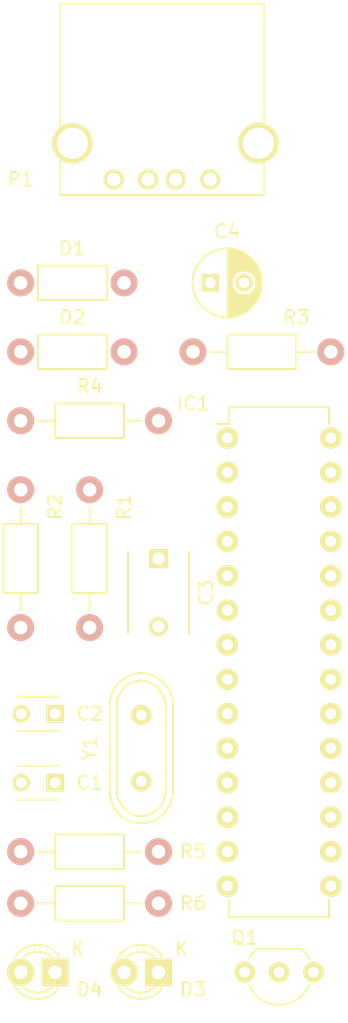
<source format=kicad_pcb>
(kicad_pcb (version 4) (host pcbnew 4.0.2+dfsg1-stable)

  (general
    (links 36)
    (no_connects 36)
    (area 172.264999 42.454999 198.325001 118.175)
    (thickness 1.6)
    (drawings 0)
    (tracks 0)
    (zones 0)
    (modules 18)
    (nets 32)
  )

  (page A4)
  (layers
    (0 F.Cu signal)
    (31 B.Cu signal)
    (32 B.Adhes user)
    (33 F.Adhes user)
    (34 B.Paste user)
    (35 F.Paste user)
    (36 B.SilkS user)
    (37 F.SilkS user)
    (38 B.Mask user)
    (39 F.Mask user)
    (40 Dwgs.User user)
    (41 Cmts.User user)
    (42 Eco1.User user)
    (43 Eco2.User user)
    (44 Edge.Cuts user)
    (45 Margin user)
    (46 B.CrtYd user)
    (47 F.CrtYd user)
    (48 B.Fab user)
    (49 F.Fab user)
  )

  (setup
    (last_trace_width 0.25)
    (trace_clearance 0.2)
    (zone_clearance 0.508)
    (zone_45_only no)
    (trace_min 0.2)
    (segment_width 0.2)
    (edge_width 0.15)
    (via_size 0.6)
    (via_drill 0.4)
    (via_min_size 0.4)
    (via_min_drill 0.3)
    (uvia_size 0.3)
    (uvia_drill 0.1)
    (uvias_allowed no)
    (uvia_min_size 0.2)
    (uvia_min_drill 0.1)
    (pcb_text_width 0.3)
    (pcb_text_size 1.5 1.5)
    (mod_edge_width 0.15)
    (mod_text_size 1 1)
    (mod_text_width 0.15)
    (pad_size 1.524 1.524)
    (pad_drill 0.762)
    (pad_to_mask_clearance 0.2)
    (aux_axis_origin 0 0)
    (visible_elements FFFFFF7F)
    (pcbplotparams
      (layerselection 0x00030_80000001)
      (usegerberextensions false)
      (excludeedgelayer true)
      (linewidth 0.100000)
      (plotframeref false)
      (viasonmask false)
      (mode 1)
      (useauxorigin false)
      (hpglpennumber 1)
      (hpglpenspeed 20)
      (hpglpendiameter 15)
      (hpglpenoverlay 2)
      (psnegative false)
      (psa4output false)
      (plotreference true)
      (plotvalue true)
      (plotinvisibletext false)
      (padsonsilk false)
      (subtractmaskfromsilk false)
      (outputformat 1)
      (mirror false)
      (drillshape 1)
      (scaleselection 1)
      (outputdirectory ""))
  )

  (net 0 "")
  (net 1 "Net-(C1-Pad1)")
  (net 2 GND)
  (net 3 "Net-(C2-Pad1)")
  (net 4 "Net-(C3-Pad1)")
  (net 5 "Net-(D1-Pad1)")
  (net 6 "Net-(D2-Pad1)")
  (net 7 "Net-(D3-Pad2)")
  (net 8 "Net-(D4-Pad2)")
  (net 9 "Net-(IC1-Pad1)")
  (net 10 "Net-(IC1-Pad2)")
  (net 11 "Net-(IC1-Pad3)")
  (net 12 "Net-(IC1-Pad4)")
  (net 13 "Net-(IC1-Pad5)")
  (net 14 "Net-(IC1-Pad6)")
  (net 15 "Net-(IC1-Pad11)")
  (net 16 "Net-(IC1-Pad12)")
  (net 17 "Net-(IC1-Pad13)")
  (net 18 "Net-(IC1-Pad14)")
  (net 19 "Net-(IC1-Pad15)")
  (net 20 "Net-(IC1-Pad16)")
  (net 21 "Net-(IC1-Pad17)")
  (net 22 "Net-(IC1-Pad18)")
  (net 23 "Net-(IC1-Pad19)")
  (net 24 "Net-(IC1-Pad21)")
  (net 25 "Net-(IC1-Pad23)")
  (net 26 "Net-(IC1-Pad24)")
  (net 27 "Net-(IC1-Pad25)")
  (net 28 "Net-(IC1-Pad26)")
  (net 29 "Net-(IC1-Pad27)")
  (net 30 "Net-(IC1-Pad28)")
  (net 31 "Net-(P1-Pad5)")

  (net_class Default "This is the default net class."
    (clearance 0.2)
    (trace_width 0.25)
    (via_dia 0.6)
    (via_drill 0.4)
    (uvia_dia 0.3)
    (uvia_drill 0.1)
    (add_net GND)
    (add_net "Net-(C1-Pad1)")
    (add_net "Net-(C2-Pad1)")
    (add_net "Net-(C3-Pad1)")
    (add_net "Net-(D1-Pad1)")
    (add_net "Net-(D2-Pad1)")
    (add_net "Net-(D3-Pad2)")
    (add_net "Net-(D4-Pad2)")
    (add_net "Net-(IC1-Pad1)")
    (add_net "Net-(IC1-Pad11)")
    (add_net "Net-(IC1-Pad12)")
    (add_net "Net-(IC1-Pad13)")
    (add_net "Net-(IC1-Pad14)")
    (add_net "Net-(IC1-Pad15)")
    (add_net "Net-(IC1-Pad16)")
    (add_net "Net-(IC1-Pad17)")
    (add_net "Net-(IC1-Pad18)")
    (add_net "Net-(IC1-Pad19)")
    (add_net "Net-(IC1-Pad2)")
    (add_net "Net-(IC1-Pad21)")
    (add_net "Net-(IC1-Pad23)")
    (add_net "Net-(IC1-Pad24)")
    (add_net "Net-(IC1-Pad25)")
    (add_net "Net-(IC1-Pad26)")
    (add_net "Net-(IC1-Pad27)")
    (add_net "Net-(IC1-Pad28)")
    (add_net "Net-(IC1-Pad3)")
    (add_net "Net-(IC1-Pad4)")
    (add_net "Net-(IC1-Pad5)")
    (add_net "Net-(IC1-Pad6)")
    (add_net "Net-(P1-Pad5)")
  )

  (module Capacitors_ThroughHole:C_Disc_D3_P2.5 (layer F.Cu) (tedit 575CB5FC) (tstamp 575CA59A)
    (at 176.53 100.33 180)
    (descr "Capacitor 3mm Disc, Pitch 2.5mm")
    (tags Capacitor)
    (path /575C7E6D)
    (fp_text reference C1 (at -2.54 0 180) (layer F.SilkS)
      (effects (font (size 1 1) (thickness 0.15)))
    )
    (fp_text value 22pF (at 1.25 2.5 180) (layer F.Fab)
      (effects (font (size 1 1) (thickness 0.15)))
    )
    (fp_line (start -0.9 -1.5) (end 3.4 -1.5) (layer F.CrtYd) (width 0.05))
    (fp_line (start 3.4 -1.5) (end 3.4 1.5) (layer F.CrtYd) (width 0.05))
    (fp_line (start 3.4 1.5) (end -0.9 1.5) (layer F.CrtYd) (width 0.05))
    (fp_line (start -0.9 1.5) (end -0.9 -1.5) (layer F.CrtYd) (width 0.05))
    (fp_line (start -0.25 -1.25) (end 2.75 -1.25) (layer F.SilkS) (width 0.15))
    (fp_line (start 2.75 1.25) (end -0.25 1.25) (layer F.SilkS) (width 0.15))
    (pad 1 thru_hole rect (at 0 0 180) (size 1.3 1.3) (drill 0.8) (layers *.Cu *.Mask F.SilkS)
      (net 1 "Net-(C1-Pad1)"))
    (pad 2 thru_hole circle (at 2.5 0 180) (size 1.3 1.3) (drill 0.8001) (layers *.Cu *.Mask F.SilkS)
      (net 2 GND))
    (model Capacitors_ThroughHole.3dshapes/C_Disc_D3_P2.5.wrl
      (at (xyz 0.0492126 0 0))
      (scale (xyz 1 1 1))
      (rotate (xyz 0 0 0))
    )
  )

  (module Capacitors_ThroughHole:C_Disc_D3_P2.5 (layer F.Cu) (tedit 575CB5F5) (tstamp 575CA5A0)
    (at 176.53 95.25 180)
    (descr "Capacitor 3mm Disc, Pitch 2.5mm")
    (tags Capacitor)
    (path /575C7D38)
    (fp_text reference C2 (at -2.54 0 180) (layer F.SilkS)
      (effects (font (size 1 1) (thickness 0.15)))
    )
    (fp_text value 22pF (at 1.25 2.5 180) (layer F.Fab)
      (effects (font (size 1 1) (thickness 0.15)))
    )
    (fp_line (start -0.9 -1.5) (end 3.4 -1.5) (layer F.CrtYd) (width 0.05))
    (fp_line (start 3.4 -1.5) (end 3.4 1.5) (layer F.CrtYd) (width 0.05))
    (fp_line (start 3.4 1.5) (end -0.9 1.5) (layer F.CrtYd) (width 0.05))
    (fp_line (start -0.9 1.5) (end -0.9 -1.5) (layer F.CrtYd) (width 0.05))
    (fp_line (start -0.25 -1.25) (end 2.75 -1.25) (layer F.SilkS) (width 0.15))
    (fp_line (start 2.75 1.25) (end -0.25 1.25) (layer F.SilkS) (width 0.15))
    (pad 1 thru_hole rect (at 0 0 180) (size 1.3 1.3) (drill 0.8) (layers *.Cu *.Mask F.SilkS)
      (net 3 "Net-(C2-Pad1)"))
    (pad 2 thru_hole circle (at 2.5 0 180) (size 1.3 1.3) (drill 0.8001) (layers *.Cu *.Mask F.SilkS)
      (net 2 GND))
    (model Capacitors_ThroughHole.3dshapes/C_Disc_D3_P2.5.wrl
      (at (xyz 0.0492126 0 0))
      (scale (xyz 1 1 1))
      (rotate (xyz 0 0 0))
    )
  )

  (module Capacitors_ThroughHole:C_Disc_D6_P5 (layer F.Cu) (tedit 575CB5D1) (tstamp 575CA5AC)
    (at 184.15 83.82 270)
    (descr "Capacitor 6mm Disc, Pitch 5mm")
    (tags Capacitor)
    (path /575C8D23)
    (fp_text reference C3 (at 2.5 -3.5 270) (layer F.SilkS)
      (effects (font (size 1 1) (thickness 0.15)))
    )
    (fp_text value 100nF (at 2.54 1.27 270) (layer F.Fab)
      (effects (font (size 1 1) (thickness 0.15)))
    )
    (fp_line (start -0.95 -2.5) (end 5.95 -2.5) (layer F.CrtYd) (width 0.05))
    (fp_line (start 5.95 -2.5) (end 5.95 2.5) (layer F.CrtYd) (width 0.05))
    (fp_line (start 5.95 2.5) (end -0.95 2.5) (layer F.CrtYd) (width 0.05))
    (fp_line (start -0.95 2.5) (end -0.95 -2.5) (layer F.CrtYd) (width 0.05))
    (fp_line (start -0.5 -2.25) (end 5.5 -2.25) (layer F.SilkS) (width 0.15))
    (fp_line (start 5.5 2.25) (end -0.5 2.25) (layer F.SilkS) (width 0.15))
    (pad 1 thru_hole rect (at 0 0 270) (size 1.4 1.4) (drill 0.9) (layers *.Cu *.Mask F.SilkS)
      (net 4 "Net-(C3-Pad1)"))
    (pad 2 thru_hole circle (at 5 0 270) (size 1.4 1.4) (drill 0.9) (layers *.Cu *.Mask F.SilkS)
      (net 2 GND))
    (model Capacitors_ThroughHole.3dshapes/C_Disc_D6_P5.wrl
      (at (xyz 0.098425 0 0))
      (scale (xyz 1 1 1))
      (rotate (xyz 0 0 0))
    )
  )

  (module Capacitors_ThroughHole:C_Radial_D5_L6_P2.5 (layer F.Cu) (tedit 575CB56E) (tstamp 575CA5B2)
    (at 187.96 63.5)
    (descr "Radial Electrolytic Capacitor Diameter 5mm x Length 6mm, Pitch 2.5mm")
    (tags "Electrolytic Capacitor")
    (path /575CA3DE)
    (fp_text reference C4 (at 1.25 -3.8) (layer F.SilkS)
      (effects (font (size 1 1) (thickness 0.15)))
    )
    (fp_text value 10uF (at 5.08 -3.81) (layer F.Fab)
      (effects (font (size 1 1) (thickness 0.15)))
    )
    (fp_line (start 1.325 -2.499) (end 1.325 2.499) (layer F.SilkS) (width 0.15))
    (fp_line (start 1.465 -2.491) (end 1.465 2.491) (layer F.SilkS) (width 0.15))
    (fp_line (start 1.605 -2.475) (end 1.605 -0.095) (layer F.SilkS) (width 0.15))
    (fp_line (start 1.605 0.095) (end 1.605 2.475) (layer F.SilkS) (width 0.15))
    (fp_line (start 1.745 -2.451) (end 1.745 -0.49) (layer F.SilkS) (width 0.15))
    (fp_line (start 1.745 0.49) (end 1.745 2.451) (layer F.SilkS) (width 0.15))
    (fp_line (start 1.885 -2.418) (end 1.885 -0.657) (layer F.SilkS) (width 0.15))
    (fp_line (start 1.885 0.657) (end 1.885 2.418) (layer F.SilkS) (width 0.15))
    (fp_line (start 2.025 -2.377) (end 2.025 -0.764) (layer F.SilkS) (width 0.15))
    (fp_line (start 2.025 0.764) (end 2.025 2.377) (layer F.SilkS) (width 0.15))
    (fp_line (start 2.165 -2.327) (end 2.165 -0.835) (layer F.SilkS) (width 0.15))
    (fp_line (start 2.165 0.835) (end 2.165 2.327) (layer F.SilkS) (width 0.15))
    (fp_line (start 2.305 -2.266) (end 2.305 -0.879) (layer F.SilkS) (width 0.15))
    (fp_line (start 2.305 0.879) (end 2.305 2.266) (layer F.SilkS) (width 0.15))
    (fp_line (start 2.445 -2.196) (end 2.445 -0.898) (layer F.SilkS) (width 0.15))
    (fp_line (start 2.445 0.898) (end 2.445 2.196) (layer F.SilkS) (width 0.15))
    (fp_line (start 2.585 -2.114) (end 2.585 -0.896) (layer F.SilkS) (width 0.15))
    (fp_line (start 2.585 0.896) (end 2.585 2.114) (layer F.SilkS) (width 0.15))
    (fp_line (start 2.725 -2.019) (end 2.725 -0.871) (layer F.SilkS) (width 0.15))
    (fp_line (start 2.725 0.871) (end 2.725 2.019) (layer F.SilkS) (width 0.15))
    (fp_line (start 2.865 -1.908) (end 2.865 -0.823) (layer F.SilkS) (width 0.15))
    (fp_line (start 2.865 0.823) (end 2.865 1.908) (layer F.SilkS) (width 0.15))
    (fp_line (start 3.005 -1.78) (end 3.005 -0.745) (layer F.SilkS) (width 0.15))
    (fp_line (start 3.005 0.745) (end 3.005 1.78) (layer F.SilkS) (width 0.15))
    (fp_line (start 3.145 -1.631) (end 3.145 -0.628) (layer F.SilkS) (width 0.15))
    (fp_line (start 3.145 0.628) (end 3.145 1.631) (layer F.SilkS) (width 0.15))
    (fp_line (start 3.285 -1.452) (end 3.285 -0.44) (layer F.SilkS) (width 0.15))
    (fp_line (start 3.285 0.44) (end 3.285 1.452) (layer F.SilkS) (width 0.15))
    (fp_line (start 3.425 -1.233) (end 3.425 1.233) (layer F.SilkS) (width 0.15))
    (fp_line (start 3.565 -0.944) (end 3.565 0.944) (layer F.SilkS) (width 0.15))
    (fp_line (start 3.705 -0.472) (end 3.705 0.472) (layer F.SilkS) (width 0.15))
    (fp_circle (center 2.5 0) (end 2.5 -0.9) (layer F.SilkS) (width 0.15))
    (fp_circle (center 1.25 0) (end 1.25 -2.5375) (layer F.SilkS) (width 0.15))
    (fp_circle (center 1.25 0) (end 1.25 -2.8) (layer F.CrtYd) (width 0.05))
    (pad 1 thru_hole rect (at 0 0) (size 1.3 1.3) (drill 0.8) (layers *.Cu *.Mask F.SilkS)
      (net 4 "Net-(C3-Pad1)"))
    (pad 2 thru_hole circle (at 2.5 0) (size 1.3 1.3) (drill 0.8) (layers *.Cu *.Mask F.SilkS)
      (net 2 GND))
    (model Capacitors_ThroughHole.3dshapes/C_Radial_D5_L6_P2.5.wrl
      (at (xyz 0.049213 0 0))
      (scale (xyz 1 1 1))
      (rotate (xyz 0 0 90))
    )
  )

  (module Resistors_ThroughHole:Resistor_Horizontal_RM7mm (layer F.Cu) (tedit 575CB516) (tstamp 575CA5B8)
    (at 181.61 63.5 180)
    (descr "Resistor, Axial,  RM 7.62mm, 1/3W,")
    (tags "Resistor Axial RM 7.62mm 1/3W R3")
    (path /575C87D2)
    (fp_text reference D1 (at 3.81 2.54 180) (layer F.SilkS)
      (effects (font (size 1 1) (thickness 0.15)))
    )
    (fp_text value 3.6V (at 3.81 0 180) (layer F.Fab)
      (effects (font (size 1 1) (thickness 0.15)))
    )
    (fp_line (start -1.25 -1.5) (end 8.85 -1.5) (layer F.CrtYd) (width 0.05))
    (fp_line (start -1.25 1.5) (end -1.25 -1.5) (layer F.CrtYd) (width 0.05))
    (fp_line (start 8.85 -1.5) (end 8.85 1.5) (layer F.CrtYd) (width 0.05))
    (fp_line (start -1.25 1.5) (end 8.85 1.5) (layer F.CrtYd) (width 0.05))
    (fp_line (start 1.27 -1.27) (end 6.35 -1.27) (layer F.SilkS) (width 0.15))
    (fp_line (start 6.35 -1.27) (end 6.35 1.27) (layer F.SilkS) (width 0.15))
    (fp_line (start 6.35 1.27) (end 1.27 1.27) (layer F.SilkS) (width 0.15))
    (fp_line (start 1.27 1.27) (end 1.27 -1.27) (layer F.SilkS) (width 0.15))
    (pad 1 thru_hole circle (at 0 0 180) (size 1.99898 1.99898) (drill 1.00076) (layers *.Cu *.SilkS *.Mask)
      (net 5 "Net-(D1-Pad1)"))
    (pad 2 thru_hole circle (at 7.62 0 180) (size 1.99898 1.99898) (drill 1.00076) (layers *.Cu *.SilkS *.Mask)
      (net 2 GND))
  )

  (module Resistors_ThroughHole:Resistor_Horizontal_RM7mm (layer F.Cu) (tedit 575CB524) (tstamp 575CA5BE)
    (at 181.61 68.58 180)
    (descr "Resistor, Axial,  RM 7.62mm, 1/3W,")
    (tags "Resistor Axial RM 7.62mm 1/3W R3")
    (path /575C88C0)
    (fp_text reference D2 (at 3.81 2.54 180) (layer F.SilkS)
      (effects (font (size 1 1) (thickness 0.15)))
    )
    (fp_text value 3.6V (at 3.81 0 180) (layer F.Fab)
      (effects (font (size 1 1) (thickness 0.15)))
    )
    (fp_line (start -1.25 -1.5) (end 8.85 -1.5) (layer F.CrtYd) (width 0.05))
    (fp_line (start -1.25 1.5) (end -1.25 -1.5) (layer F.CrtYd) (width 0.05))
    (fp_line (start 8.85 -1.5) (end 8.85 1.5) (layer F.CrtYd) (width 0.05))
    (fp_line (start -1.25 1.5) (end 8.85 1.5) (layer F.CrtYd) (width 0.05))
    (fp_line (start 1.27 -1.27) (end 6.35 -1.27) (layer F.SilkS) (width 0.15))
    (fp_line (start 6.35 -1.27) (end 6.35 1.27) (layer F.SilkS) (width 0.15))
    (fp_line (start 6.35 1.27) (end 1.27 1.27) (layer F.SilkS) (width 0.15))
    (fp_line (start 1.27 1.27) (end 1.27 -1.27) (layer F.SilkS) (width 0.15))
    (pad 1 thru_hole circle (at 0 0 180) (size 1.99898 1.99898) (drill 1.00076) (layers *.Cu *.SilkS *.Mask)
      (net 6 "Net-(D2-Pad1)"))
    (pad 2 thru_hole circle (at 7.62 0 180) (size 1.99898 1.99898) (drill 1.00076) (layers *.Cu *.SilkS *.Mask)
      (net 2 GND))
  )

  (module LEDs:LED-3MM (layer F.Cu) (tedit 575CB652) (tstamp 575CA5C4)
    (at 184.15 114.3 180)
    (descr "LED 3mm round vertical")
    (tags "LED  3mm round vertical")
    (path /575CBE8D)
    (fp_text reference D3 (at -2.54 -1.27 180) (layer F.SilkS)
      (effects (font (size 1 1) (thickness 0.15)))
    )
    (fp_text value Blue (at 1.3 -2.9 180) (layer F.Fab)
      (effects (font (size 1 1) (thickness 0.15)))
    )
    (fp_line (start -1.2 2.3) (end 3.8 2.3) (layer F.CrtYd) (width 0.05))
    (fp_line (start 3.8 2.3) (end 3.8 -2.2) (layer F.CrtYd) (width 0.05))
    (fp_line (start 3.8 -2.2) (end -1.2 -2.2) (layer F.CrtYd) (width 0.05))
    (fp_line (start -1.2 -2.2) (end -1.2 2.3) (layer F.CrtYd) (width 0.05))
    (fp_line (start -0.199 1.314) (end -0.199 1.114) (layer F.SilkS) (width 0.15))
    (fp_line (start -0.199 -1.28) (end -0.199 -1.1) (layer F.SilkS) (width 0.15))
    (fp_arc (start 1.301 0.034) (end -0.199 -1.286) (angle 108.5) (layer F.SilkS) (width 0.15))
    (fp_arc (start 1.301 0.034) (end 0.25 -1.1) (angle 85.7) (layer F.SilkS) (width 0.15))
    (fp_arc (start 1.311 0.034) (end 3.051 0.994) (angle 110) (layer F.SilkS) (width 0.15))
    (fp_arc (start 1.301 0.034) (end 2.335 1.094) (angle 87.5) (layer F.SilkS) (width 0.15))
    (fp_text user K (at -1.69 1.74 180) (layer F.SilkS)
      (effects (font (size 1 1) (thickness 0.15)))
    )
    (pad 1 thru_hole rect (at 0 0 270) (size 2 2) (drill 1.00076) (layers *.Cu *.Mask F.SilkS)
      (net 2 GND))
    (pad 2 thru_hole circle (at 2.54 0 180) (size 2 2) (drill 1.00076) (layers *.Cu *.Mask F.SilkS)
      (net 7 "Net-(D3-Pad2)"))
    (model LEDs.3dshapes/LED-3MM.wrl
      (at (xyz 0.05 0 0))
      (scale (xyz 1 1 1))
      (rotate (xyz 0 0 90))
    )
  )

  (module LEDs:LED-3MM (layer F.Cu) (tedit 575CB64C) (tstamp 575CA5CA)
    (at 176.53 114.3 180)
    (descr "LED 3mm round vertical")
    (tags "LED  3mm round vertical")
    (path /575CD99F)
    (fp_text reference D4 (at -2.54 -1.27 180) (layer F.SilkS)
      (effects (font (size 1 1) (thickness 0.15)))
    )
    (fp_text value Red (at 1.3 -2.9 180) (layer F.Fab)
      (effects (font (size 1 1) (thickness 0.15)))
    )
    (fp_line (start -1.2 2.3) (end 3.8 2.3) (layer F.CrtYd) (width 0.05))
    (fp_line (start 3.8 2.3) (end 3.8 -2.2) (layer F.CrtYd) (width 0.05))
    (fp_line (start 3.8 -2.2) (end -1.2 -2.2) (layer F.CrtYd) (width 0.05))
    (fp_line (start -1.2 -2.2) (end -1.2 2.3) (layer F.CrtYd) (width 0.05))
    (fp_line (start -0.199 1.314) (end -0.199 1.114) (layer F.SilkS) (width 0.15))
    (fp_line (start -0.199 -1.28) (end -0.199 -1.1) (layer F.SilkS) (width 0.15))
    (fp_arc (start 1.301 0.034) (end -0.199 -1.286) (angle 108.5) (layer F.SilkS) (width 0.15))
    (fp_arc (start 1.301 0.034) (end 0.25 -1.1) (angle 85.7) (layer F.SilkS) (width 0.15))
    (fp_arc (start 1.311 0.034) (end 3.051 0.994) (angle 110) (layer F.SilkS) (width 0.15))
    (fp_arc (start 1.301 0.034) (end 2.335 1.094) (angle 87.5) (layer F.SilkS) (width 0.15))
    (fp_text user K (at -1.69 1.74 180) (layer F.SilkS)
      (effects (font (size 1 1) (thickness 0.15)))
    )
    (pad 1 thru_hole rect (at 0 0 270) (size 2 2) (drill 1.00076) (layers *.Cu *.Mask F.SilkS)
      (net 2 GND))
    (pad 2 thru_hole circle (at 2.54 0 180) (size 2 2) (drill 1.00076) (layers *.Cu *.Mask F.SilkS)
      (net 8 "Net-(D4-Pad2)"))
    (model LEDs.3dshapes/LED-3MM.wrl
      (at (xyz 0.05 0 0))
      (scale (xyz 1 1 1))
      (rotate (xyz 0 0 90))
    )
  )

  (module Housings_DIP:DIP-28_W7.62mm (layer F.Cu) (tedit 575CB5A7) (tstamp 575CA5EA)
    (at 189.23 74.93)
    (descr "28-lead dip package, row spacing 7.62 mm (300 mils)")
    (tags "dil dip 2.54 300")
    (path /575C5CE7)
    (fp_text reference IC1 (at -2.54 -2.54) (layer F.SilkS)
      (effects (font (size 1 1) (thickness 0.15)))
    )
    (fp_text value ATMEGA328-P (at 3.81 5.08 90) (layer F.Fab)
      (effects (font (size 1 1) (thickness 0.15)))
    )
    (fp_line (start -1.05 -2.45) (end -1.05 35.5) (layer F.CrtYd) (width 0.05))
    (fp_line (start 8.65 -2.45) (end 8.65 35.5) (layer F.CrtYd) (width 0.05))
    (fp_line (start -1.05 -2.45) (end 8.65 -2.45) (layer F.CrtYd) (width 0.05))
    (fp_line (start -1.05 35.5) (end 8.65 35.5) (layer F.CrtYd) (width 0.05))
    (fp_line (start 0.135 -2.295) (end 0.135 -1.025) (layer F.SilkS) (width 0.15))
    (fp_line (start 7.485 -2.295) (end 7.485 -1.025) (layer F.SilkS) (width 0.15))
    (fp_line (start 7.485 35.315) (end 7.485 34.045) (layer F.SilkS) (width 0.15))
    (fp_line (start 0.135 35.315) (end 0.135 34.045) (layer F.SilkS) (width 0.15))
    (fp_line (start 0.135 -2.295) (end 7.485 -2.295) (layer F.SilkS) (width 0.15))
    (fp_line (start 0.135 35.315) (end 7.485 35.315) (layer F.SilkS) (width 0.15))
    (fp_line (start 0.135 -1.025) (end -0.8 -1.025) (layer F.SilkS) (width 0.15))
    (pad 1 thru_hole oval (at 0 0) (size 1.6 1.6) (drill 0.8) (layers *.Cu *.Mask F.SilkS)
      (net 9 "Net-(IC1-Pad1)"))
    (pad 2 thru_hole oval (at 0 2.54) (size 1.6 1.6) (drill 0.8) (layers *.Cu *.Mask F.SilkS)
      (net 10 "Net-(IC1-Pad2)"))
    (pad 3 thru_hole oval (at 0 5.08) (size 1.6 1.6) (drill 0.8) (layers *.Cu *.Mask F.SilkS)
      (net 11 "Net-(IC1-Pad3)"))
    (pad 4 thru_hole oval (at 0 7.62) (size 1.6 1.6) (drill 0.8) (layers *.Cu *.Mask F.SilkS)
      (net 12 "Net-(IC1-Pad4)"))
    (pad 5 thru_hole oval (at 0 10.16) (size 1.6 1.6) (drill 0.8) (layers *.Cu *.Mask F.SilkS)
      (net 13 "Net-(IC1-Pad5)"))
    (pad 6 thru_hole oval (at 0 12.7) (size 1.6 1.6) (drill 0.8) (layers *.Cu *.Mask F.SilkS)
      (net 14 "Net-(IC1-Pad6)"))
    (pad 7 thru_hole oval (at 0 15.24) (size 1.6 1.6) (drill 0.8) (layers *.Cu *.Mask F.SilkS)
      (net 4 "Net-(C3-Pad1)"))
    (pad 8 thru_hole oval (at 0 17.78) (size 1.6 1.6) (drill 0.8) (layers *.Cu *.Mask F.SilkS)
      (net 2 GND))
    (pad 9 thru_hole oval (at 0 20.32) (size 1.6 1.6) (drill 0.8) (layers *.Cu *.Mask F.SilkS)
      (net 3 "Net-(C2-Pad1)"))
    (pad 10 thru_hole oval (at 0 22.86) (size 1.6 1.6) (drill 0.8) (layers *.Cu *.Mask F.SilkS)
      (net 1 "Net-(C1-Pad1)"))
    (pad 11 thru_hole oval (at 0 25.4) (size 1.6 1.6) (drill 0.8) (layers *.Cu *.Mask F.SilkS)
      (net 15 "Net-(IC1-Pad11)"))
    (pad 12 thru_hole oval (at 0 27.94) (size 1.6 1.6) (drill 0.8) (layers *.Cu *.Mask F.SilkS)
      (net 16 "Net-(IC1-Pad12)"))
    (pad 13 thru_hole oval (at 0 30.48) (size 1.6 1.6) (drill 0.8) (layers *.Cu *.Mask F.SilkS)
      (net 17 "Net-(IC1-Pad13)"))
    (pad 14 thru_hole oval (at 0 33.02) (size 1.6 1.6) (drill 0.8) (layers *.Cu *.Mask F.SilkS)
      (net 18 "Net-(IC1-Pad14)"))
    (pad 15 thru_hole oval (at 7.62 33.02) (size 1.6 1.6) (drill 0.8) (layers *.Cu *.Mask F.SilkS)
      (net 19 "Net-(IC1-Pad15)"))
    (pad 16 thru_hole oval (at 7.62 30.48) (size 1.6 1.6) (drill 0.8) (layers *.Cu *.Mask F.SilkS)
      (net 20 "Net-(IC1-Pad16)"))
    (pad 17 thru_hole oval (at 7.62 27.94) (size 1.6 1.6) (drill 0.8) (layers *.Cu *.Mask F.SilkS)
      (net 21 "Net-(IC1-Pad17)"))
    (pad 18 thru_hole oval (at 7.62 25.4) (size 1.6 1.6) (drill 0.8) (layers *.Cu *.Mask F.SilkS)
      (net 22 "Net-(IC1-Pad18)"))
    (pad 19 thru_hole oval (at 7.62 22.86) (size 1.6 1.6) (drill 0.8) (layers *.Cu *.Mask F.SilkS)
      (net 23 "Net-(IC1-Pad19)"))
    (pad 20 thru_hole oval (at 7.62 20.32) (size 1.6 1.6) (drill 0.8) (layers *.Cu *.Mask F.SilkS)
      (net 4 "Net-(C3-Pad1)"))
    (pad 21 thru_hole oval (at 7.62 17.78) (size 1.6 1.6) (drill 0.8) (layers *.Cu *.Mask F.SilkS)
      (net 24 "Net-(IC1-Pad21)"))
    (pad 22 thru_hole oval (at 7.62 15.24) (size 1.6 1.6) (drill 0.8) (layers *.Cu *.Mask F.SilkS)
      (net 2 GND))
    (pad 23 thru_hole oval (at 7.62 12.7) (size 1.6 1.6) (drill 0.8) (layers *.Cu *.Mask F.SilkS)
      (net 25 "Net-(IC1-Pad23)"))
    (pad 24 thru_hole oval (at 7.62 10.16) (size 1.6 1.6) (drill 0.8) (layers *.Cu *.Mask F.SilkS)
      (net 26 "Net-(IC1-Pad24)"))
    (pad 25 thru_hole oval (at 7.62 7.62) (size 1.6 1.6) (drill 0.8) (layers *.Cu *.Mask F.SilkS)
      (net 27 "Net-(IC1-Pad25)"))
    (pad 26 thru_hole oval (at 7.62 5.08) (size 1.6 1.6) (drill 0.8) (layers *.Cu *.Mask F.SilkS)
      (net 28 "Net-(IC1-Pad26)"))
    (pad 27 thru_hole oval (at 7.62 2.54) (size 1.6 1.6) (drill 0.8) (layers *.Cu *.Mask F.SilkS)
      (net 29 "Net-(IC1-Pad27)"))
    (pad 28 thru_hole oval (at 7.62 0) (size 1.6 1.6) (drill 0.8) (layers *.Cu *.Mask F.SilkS)
      (net 30 "Net-(IC1-Pad28)"))
    (model Housings_DIP.3dshapes/DIP-28_W7.62mm.wrl
      (at (xyz 0 0 0))
      (scale (xyz 1 1 1))
      (rotate (xyz 0 0 0))
    )
  )

  (module Connect:USB_A (layer F.Cu) (tedit 575CB663) (tstamp 575CA5F4)
    (at 187.96 55.88 180)
    (descr "USB A connector")
    (tags "USB USB_A")
    (path /575C6667)
    (fp_text reference P1 (at 13.97 0 180) (layer F.SilkS)
      (effects (font (size 1 1) (thickness 0.15)))
    )
    (fp_text value USB_A (at 3.83794 7.43458 180) (layer F.Fab)
      (effects (font (size 1 1) (thickness 0.15)))
    )
    (fp_line (start -5.3 13.2) (end -5.3 -1.4) (layer F.CrtYd) (width 0.05))
    (fp_line (start 11.95 -1.4) (end 11.95 13.2) (layer F.CrtYd) (width 0.05))
    (fp_line (start -5.3 13.2) (end 11.95 13.2) (layer F.CrtYd) (width 0.05))
    (fp_line (start -5.3 -1.4) (end 11.95 -1.4) (layer F.CrtYd) (width 0.05))
    (fp_line (start 11.04986 -1.14512) (end 11.04986 12.95188) (layer F.SilkS) (width 0.15))
    (fp_line (start -3.93614 12.95188) (end -3.93614 -1.14512) (layer F.SilkS) (width 0.15))
    (fp_line (start 11.04986 -1.14512) (end -3.93614 -1.14512) (layer F.SilkS) (width 0.15))
    (fp_line (start 11.04986 12.95188) (end -3.93614 12.95188) (layer F.SilkS) (width 0.15))
    (pad 4 thru_hole circle (at 7.11286 -0.00212 90) (size 1.50114 1.50114) (drill 1.00076) (layers *.Cu *.Mask F.SilkS)
      (net 2 GND))
    (pad 3 thru_hole circle (at 4.57286 -0.00212 90) (size 1.50114 1.50114) (drill 1.00076) (layers *.Cu *.Mask F.SilkS)
      (net 6 "Net-(D2-Pad1)"))
    (pad 2 thru_hole circle (at 2.54086 -0.00212 90) (size 1.50114 1.50114) (drill 1.00076) (layers *.Cu *.Mask F.SilkS)
      (net 5 "Net-(D1-Pad1)"))
    (pad 1 thru_hole circle (at 0.00086 -0.00212 90) (size 1.50114 1.50114) (drill 1.00076) (layers *.Cu *.Mask F.SilkS)
      (net 4 "Net-(C3-Pad1)"))
    (pad 5 thru_hole circle (at 10.16086 2.66488 90) (size 2.99974 2.99974) (drill 2.30124) (layers *.Cu *.Mask F.SilkS)
      (net 31 "Net-(P1-Pad5)"))
    (pad 5 thru_hole circle (at -3.55514 2.66488 90) (size 2.99974 2.99974) (drill 2.30124) (layers *.Cu *.Mask F.SilkS)
      (net 31 "Net-(P1-Pad5)"))
    (model Connect.3dshapes/USB_A.wrl
      (at (xyz 0.14 0 0))
      (scale (xyz 1 1 1))
      (rotate (xyz 0 0 90))
    )
  )

  (module TO_SOT_Packages_THT:TO-92_Inline_Wide (layer F.Cu) (tedit 575CB628) (tstamp 575CA5FB)
    (at 195.58 114.3 180)
    (descr "TO-92 leads in-line, wide, drill 0.8mm (see NXP sot054_po.pdf)")
    (tags "to-92 sc-43 sc-43a sot54 PA33 transistor")
    (path /575CAF75)
    (fp_text reference Q1 (at 5.08 2.54 360) (layer F.SilkS)
      (effects (font (size 1 1) (thickness 0.15)))
    )
    (fp_text value TMP36 (at 1.27 2.54 180) (layer F.Fab)
      (effects (font (size 1 1) (thickness 0.15)))
    )
    (fp_arc (start 2.54 0) (end 0.84 1.7) (angle 20.5) (layer F.SilkS) (width 0.15))
    (fp_arc (start 2.54 0) (end 4.24 1.7) (angle -20.5) (layer F.SilkS) (width 0.15))
    (fp_line (start -1 1.95) (end -1 -2.65) (layer F.CrtYd) (width 0.05))
    (fp_line (start -1 1.95) (end 6.1 1.95) (layer F.CrtYd) (width 0.05))
    (fp_line (start 0.84 1.7) (end 4.24 1.7) (layer F.SilkS) (width 0.15))
    (fp_arc (start 2.54 0) (end 2.54 -2.4) (angle -65.55604127) (layer F.SilkS) (width 0.15))
    (fp_arc (start 2.54 0) (end 2.54 -2.4) (angle 65.55604127) (layer F.SilkS) (width 0.15))
    (fp_line (start -1 -2.65) (end 6.1 -2.65) (layer F.CrtYd) (width 0.05))
    (fp_line (start 6.1 1.95) (end 6.1 -2.65) (layer F.CrtYd) (width 0.05))
    (pad 2 thru_hole circle (at 2.54 0 270) (size 1.524 1.524) (drill 0.8) (layers *.Cu *.Mask F.SilkS)
      (net 25 "Net-(IC1-Pad23)"))
    (pad 3 thru_hole circle (at 5.08 0 270) (size 1.524 1.524) (drill 0.8) (layers *.Cu *.Mask F.SilkS)
      (net 2 GND))
    (pad 1 thru_hole circle (at 0 0 270) (size 1.524 1.524) (drill 0.8) (layers *.Cu *.Mask F.SilkS)
      (net 4 "Net-(C3-Pad1)"))
    (model TO_SOT_Packages_THT.3dshapes/TO-92_Inline_Wide.wrl
      (at (xyz 0.1 0 0))
      (scale (xyz 1 1 1))
      (rotate (xyz 0 0 -90))
    )
  )

  (module Resistors_ThroughHole:Resistor_Horizontal_RM10mm (layer F.Cu) (tedit 575CB5CB) (tstamp 575CA601)
    (at 179.07 78.74 270)
    (descr "Resistor, Axial,  RM 10mm, 1/3W")
    (tags "Resistor Axial RM 10mm 1/3W")
    (path /575C83A0)
    (fp_text reference R1 (at 1.27 -2.54 270) (layer F.SilkS)
      (effects (font (size 1 1) (thickness 0.15)))
    )
    (fp_text value 68 (at 5.08 0 270) (layer F.Fab)
      (effects (font (size 1 1) (thickness 0.15)))
    )
    (fp_line (start -1.25 -1.5) (end 11.4 -1.5) (layer F.CrtYd) (width 0.05))
    (fp_line (start -1.25 1.5) (end -1.25 -1.5) (layer F.CrtYd) (width 0.05))
    (fp_line (start 11.4 -1.5) (end 11.4 1.5) (layer F.CrtYd) (width 0.05))
    (fp_line (start -1.25 1.5) (end 11.4 1.5) (layer F.CrtYd) (width 0.05))
    (fp_line (start 2.54 -1.27) (end 7.62 -1.27) (layer F.SilkS) (width 0.15))
    (fp_line (start 7.62 -1.27) (end 7.62 1.27) (layer F.SilkS) (width 0.15))
    (fp_line (start 7.62 1.27) (end 2.54 1.27) (layer F.SilkS) (width 0.15))
    (fp_line (start 2.54 1.27) (end 2.54 -1.27) (layer F.SilkS) (width 0.15))
    (fp_line (start 2.54 0) (end 1.27 0) (layer F.SilkS) (width 0.15))
    (fp_line (start 7.62 0) (end 8.89 0) (layer F.SilkS) (width 0.15))
    (pad 1 thru_hole circle (at 0 0 270) (size 1.99898 1.99898) (drill 1.00076) (layers *.Cu *.SilkS *.Mask)
      (net 5 "Net-(D1-Pad1)"))
    (pad 2 thru_hole circle (at 10.16 0 270) (size 1.99898 1.99898) (drill 1.00076) (layers *.Cu *.SilkS *.Mask)
      (net 14 "Net-(IC1-Pad6)"))
    (model Resistors_ThroughHole.3dshapes/Resistor_Horizontal_RM10mm.wrl
      (at (xyz 0 0 0))
      (scale (xyz 0.4 0.4 0.4))
      (rotate (xyz 0 0 0))
    )
  )

  (module Resistors_ThroughHole:Resistor_Horizontal_RM10mm (layer F.Cu) (tedit 575CB6FC) (tstamp 575CA607)
    (at 173.99 78.74 270)
    (descr "Resistor, Axial,  RM 10mm, 1/3W")
    (tags "Resistor Axial RM 10mm 1/3W")
    (path /575C85D0)
    (fp_text reference R2 (at 1.27 -2.54 270) (layer F.SilkS)
      (effects (font (size 1 1) (thickness 0.15)))
    )
    (fp_text value 68 (at 5.08 0 270) (layer F.Fab)
      (effects (font (size 1 1) (thickness 0.15)))
    )
    (fp_line (start -1.25 -1.5) (end 11.4 -1.5) (layer F.CrtYd) (width 0.05))
    (fp_line (start -1.25 1.5) (end -1.25 -1.5) (layer F.CrtYd) (width 0.05))
    (fp_line (start 11.4 -1.5) (end 11.4 1.5) (layer F.CrtYd) (width 0.05))
    (fp_line (start -1.25 1.5) (end 11.4 1.5) (layer F.CrtYd) (width 0.05))
    (fp_line (start 2.54 -1.27) (end 7.62 -1.27) (layer F.SilkS) (width 0.15))
    (fp_line (start 7.62 -1.27) (end 7.62 1.27) (layer F.SilkS) (width 0.15))
    (fp_line (start 7.62 1.27) (end 2.54 1.27) (layer F.SilkS) (width 0.15))
    (fp_line (start 2.54 1.27) (end 2.54 -1.27) (layer F.SilkS) (width 0.15))
    (fp_line (start 2.54 0) (end 1.27 0) (layer F.SilkS) (width 0.15))
    (fp_line (start 7.62 0) (end 8.89 0) (layer F.SilkS) (width 0.15))
    (pad 1 thru_hole circle (at 0 0 270) (size 1.99898 1.99898) (drill 1.00076) (layers *.Cu *.SilkS *.Mask)
      (net 6 "Net-(D2-Pad1)"))
    (pad 2 thru_hole circle (at 10.16 0 270) (size 1.99898 1.99898) (drill 1.00076) (layers *.Cu *.SilkS *.Mask)
      (net 12 "Net-(IC1-Pad4)"))
    (model Resistors_ThroughHole.3dshapes/Resistor_Horizontal_RM10mm.wrl
      (at (xyz 0 0 0))
      (scale (xyz 0.4 0.4 0.4))
      (rotate (xyz 0 0 0))
    )
  )

  (module Resistors_ThroughHole:Resistor_Horizontal_RM10mm (layer F.Cu) (tedit 575CB6F1) (tstamp 575CA60D)
    (at 196.85 68.58 180)
    (descr "Resistor, Axial,  RM 10mm, 1/3W")
    (tags "Resistor Axial RM 10mm 1/3W")
    (path /575C983C)
    (fp_text reference R3 (at 2.54 2.54 180) (layer F.SilkS)
      (effects (font (size 1 1) (thickness 0.15)))
    )
    (fp_text value 1.5K (at 5.08 0 180) (layer F.Fab)
      (effects (font (size 1 1) (thickness 0.15)))
    )
    (fp_line (start -1.25 -1.5) (end 11.4 -1.5) (layer F.CrtYd) (width 0.05))
    (fp_line (start -1.25 1.5) (end -1.25 -1.5) (layer F.CrtYd) (width 0.05))
    (fp_line (start 11.4 -1.5) (end 11.4 1.5) (layer F.CrtYd) (width 0.05))
    (fp_line (start -1.25 1.5) (end 11.4 1.5) (layer F.CrtYd) (width 0.05))
    (fp_line (start 2.54 -1.27) (end 7.62 -1.27) (layer F.SilkS) (width 0.15))
    (fp_line (start 7.62 -1.27) (end 7.62 1.27) (layer F.SilkS) (width 0.15))
    (fp_line (start 7.62 1.27) (end 2.54 1.27) (layer F.SilkS) (width 0.15))
    (fp_line (start 2.54 1.27) (end 2.54 -1.27) (layer F.SilkS) (width 0.15))
    (fp_line (start 2.54 0) (end 1.27 0) (layer F.SilkS) (width 0.15))
    (fp_line (start 7.62 0) (end 8.89 0) (layer F.SilkS) (width 0.15))
    (pad 1 thru_hole circle (at 0 0 180) (size 1.99898 1.99898) (drill 1.00076) (layers *.Cu *.SilkS *.Mask)
      (net 4 "Net-(C3-Pad1)"))
    (pad 2 thru_hole circle (at 10.16 0 180) (size 1.99898 1.99898) (drill 1.00076) (layers *.Cu *.SilkS *.Mask)
      (net 5 "Net-(D1-Pad1)"))
    (model Resistors_ThroughHole.3dshapes/Resistor_Horizontal_RM10mm.wrl
      (at (xyz 0 0 0))
      (scale (xyz 0.4 0.4 0.4))
      (rotate (xyz 0 0 0))
    )
  )

  (module Resistors_ThroughHole:Resistor_Horizontal_RM10mm (layer F.Cu) (tedit 575CB54D) (tstamp 575CA613)
    (at 184.15 73.66 180)
    (descr "Resistor, Axial,  RM 10mm, 1/3W")
    (tags "Resistor Axial RM 10mm 1/3W")
    (path /575C9D6B)
    (fp_text reference R4 (at 5.08 2.54 180) (layer F.SilkS)
      (effects (font (size 1 1) (thickness 0.15)))
    )
    (fp_text value 1M (at 5.08 0 180) (layer F.Fab)
      (effects (font (size 1 1) (thickness 0.15)))
    )
    (fp_line (start -1.25 -1.5) (end 11.4 -1.5) (layer F.CrtYd) (width 0.05))
    (fp_line (start -1.25 1.5) (end -1.25 -1.5) (layer F.CrtYd) (width 0.05))
    (fp_line (start 11.4 -1.5) (end 11.4 1.5) (layer F.CrtYd) (width 0.05))
    (fp_line (start -1.25 1.5) (end 11.4 1.5) (layer F.CrtYd) (width 0.05))
    (fp_line (start 2.54 -1.27) (end 7.62 -1.27) (layer F.SilkS) (width 0.15))
    (fp_line (start 7.62 -1.27) (end 7.62 1.27) (layer F.SilkS) (width 0.15))
    (fp_line (start 7.62 1.27) (end 2.54 1.27) (layer F.SilkS) (width 0.15))
    (fp_line (start 2.54 1.27) (end 2.54 -1.27) (layer F.SilkS) (width 0.15))
    (fp_line (start 2.54 0) (end 1.27 0) (layer F.SilkS) (width 0.15))
    (fp_line (start 7.62 0) (end 8.89 0) (layer F.SilkS) (width 0.15))
    (pad 1 thru_hole circle (at 0 0 180) (size 1.99898 1.99898) (drill 1.00076) (layers *.Cu *.SilkS *.Mask)
      (net 6 "Net-(D2-Pad1)"))
    (pad 2 thru_hole circle (at 10.16 0 180) (size 1.99898 1.99898) (drill 1.00076) (layers *.Cu *.SilkS *.Mask)
      (net 2 GND))
    (model Resistors_ThroughHole.3dshapes/Resistor_Horizontal_RM10mm.wrl
      (at (xyz 0 0 0))
      (scale (xyz 0.4 0.4 0.4))
      (rotate (xyz 0 0 0))
    )
  )

  (module Resistors_ThroughHole:Resistor_Horizontal_RM10mm (layer F.Cu) (tedit 575CB604) (tstamp 575CA619)
    (at 173.99 105.41)
    (descr "Resistor, Axial,  RM 10mm, 1/3W")
    (tags "Resistor Axial RM 10mm 1/3W")
    (path /575CC0AC)
    (fp_text reference R5 (at 12.7 0) (layer F.SilkS)
      (effects (font (size 1 1) (thickness 0.15)))
    )
    (fp_text value 220 (at 5.08 3.81) (layer F.Fab)
      (effects (font (size 1 1) (thickness 0.15)))
    )
    (fp_line (start -1.25 -1.5) (end 11.4 -1.5) (layer F.CrtYd) (width 0.05))
    (fp_line (start -1.25 1.5) (end -1.25 -1.5) (layer F.CrtYd) (width 0.05))
    (fp_line (start 11.4 -1.5) (end 11.4 1.5) (layer F.CrtYd) (width 0.05))
    (fp_line (start -1.25 1.5) (end 11.4 1.5) (layer F.CrtYd) (width 0.05))
    (fp_line (start 2.54 -1.27) (end 7.62 -1.27) (layer F.SilkS) (width 0.15))
    (fp_line (start 7.62 -1.27) (end 7.62 1.27) (layer F.SilkS) (width 0.15))
    (fp_line (start 7.62 1.27) (end 2.54 1.27) (layer F.SilkS) (width 0.15))
    (fp_line (start 2.54 1.27) (end 2.54 -1.27) (layer F.SilkS) (width 0.15))
    (fp_line (start 2.54 0) (end 1.27 0) (layer F.SilkS) (width 0.15))
    (fp_line (start 7.62 0) (end 8.89 0) (layer F.SilkS) (width 0.15))
    (pad 1 thru_hole circle (at 0 0) (size 1.99898 1.99898) (drill 1.00076) (layers *.Cu *.SilkS *.Mask)
      (net 7 "Net-(D3-Pad2)"))
    (pad 2 thru_hole circle (at 10.16 0) (size 1.99898 1.99898) (drill 1.00076) (layers *.Cu *.SilkS *.Mask)
      (net 18 "Net-(IC1-Pad14)"))
    (model Resistors_ThroughHole.3dshapes/Resistor_Horizontal_RM10mm.wrl
      (at (xyz 0 0 0))
      (scale (xyz 0.4 0.4 0.4))
      (rotate (xyz 0 0 0))
    )
  )

  (module Resistors_ThroughHole:Resistor_Horizontal_RM10mm (layer F.Cu) (tedit 575CB60F) (tstamp 575CA61F)
    (at 184.15 109.22 180)
    (descr "Resistor, Axial,  RM 10mm, 1/3W")
    (tags "Resistor Axial RM 10mm 1/3W")
    (path /575CD2D6)
    (fp_text reference R6 (at -2.54 0 180) (layer F.SilkS)
      (effects (font (size 1 1) (thickness 0.15)))
    )
    (fp_text value 220 (at 5.08 3.81 180) (layer F.Fab)
      (effects (font (size 1 1) (thickness 0.15)))
    )
    (fp_line (start -1.25 -1.5) (end 11.4 -1.5) (layer F.CrtYd) (width 0.05))
    (fp_line (start -1.25 1.5) (end -1.25 -1.5) (layer F.CrtYd) (width 0.05))
    (fp_line (start 11.4 -1.5) (end 11.4 1.5) (layer F.CrtYd) (width 0.05))
    (fp_line (start -1.25 1.5) (end 11.4 1.5) (layer F.CrtYd) (width 0.05))
    (fp_line (start 2.54 -1.27) (end 7.62 -1.27) (layer F.SilkS) (width 0.15))
    (fp_line (start 7.62 -1.27) (end 7.62 1.27) (layer F.SilkS) (width 0.15))
    (fp_line (start 7.62 1.27) (end 2.54 1.27) (layer F.SilkS) (width 0.15))
    (fp_line (start 2.54 1.27) (end 2.54 -1.27) (layer F.SilkS) (width 0.15))
    (fp_line (start 2.54 0) (end 1.27 0) (layer F.SilkS) (width 0.15))
    (fp_line (start 7.62 0) (end 8.89 0) (layer F.SilkS) (width 0.15))
    (pad 1 thru_hole circle (at 0 0 180) (size 1.99898 1.99898) (drill 1.00076) (layers *.Cu *.SilkS *.Mask)
      (net 4 "Net-(C3-Pad1)"))
    (pad 2 thru_hole circle (at 10.16 0 180) (size 1.99898 1.99898) (drill 1.00076) (layers *.Cu *.SilkS *.Mask)
      (net 8 "Net-(D4-Pad2)"))
    (model Resistors_ThroughHole.3dshapes/Resistor_Horizontal_RM10mm.wrl
      (at (xyz 0 0 0))
      (scale (xyz 0.4 0.4 0.4))
      (rotate (xyz 0 0 0))
    )
  )

  (module Crystals:Crystal_HC49-U_Vertical (layer F.Cu) (tedit 0) (tstamp 575CA625)
    (at 182.88 97.79 90)
    (descr "Crystal, Quarz, HC49/U, vertical, stehend,")
    (tags "Crystal, Quarz, HC49/U, vertical, stehend,")
    (path /575C7C1B)
    (fp_text reference Y1 (at 0 -3.81 90) (layer F.SilkS)
      (effects (font (size 1 1) (thickness 0.15)))
    )
    (fp_text value "12 MHz" (at 0 3.81 90) (layer F.Fab)
      (effects (font (size 1 1) (thickness 0.15)))
    )
    (fp_line (start 4.699 -1.00076) (end 4.89966 -0.59944) (layer F.SilkS) (width 0.15))
    (fp_line (start 4.89966 -0.59944) (end 5.00126 0) (layer F.SilkS) (width 0.15))
    (fp_line (start 5.00126 0) (end 4.89966 0.50038) (layer F.SilkS) (width 0.15))
    (fp_line (start 4.89966 0.50038) (end 4.50088 1.19888) (layer F.SilkS) (width 0.15))
    (fp_line (start 4.50088 1.19888) (end 3.8989 1.6002) (layer F.SilkS) (width 0.15))
    (fp_line (start 3.8989 1.6002) (end 3.29946 1.80086) (layer F.SilkS) (width 0.15))
    (fp_line (start 3.29946 1.80086) (end -3.29946 1.80086) (layer F.SilkS) (width 0.15))
    (fp_line (start -3.29946 1.80086) (end -4.0005 1.6002) (layer F.SilkS) (width 0.15))
    (fp_line (start -4.0005 1.6002) (end -4.39928 1.30048) (layer F.SilkS) (width 0.15))
    (fp_line (start -4.39928 1.30048) (end -4.8006 0.8001) (layer F.SilkS) (width 0.15))
    (fp_line (start -4.8006 0.8001) (end -5.00126 0.20066) (layer F.SilkS) (width 0.15))
    (fp_line (start -5.00126 0.20066) (end -5.00126 -0.29972) (layer F.SilkS) (width 0.15))
    (fp_line (start -5.00126 -0.29972) (end -4.8006 -0.8001) (layer F.SilkS) (width 0.15))
    (fp_line (start -4.8006 -0.8001) (end -4.30022 -1.39954) (layer F.SilkS) (width 0.15))
    (fp_line (start -4.30022 -1.39954) (end -3.79984 -1.69926) (layer F.SilkS) (width 0.15))
    (fp_line (start -3.79984 -1.69926) (end -3.29946 -1.80086) (layer F.SilkS) (width 0.15))
    (fp_line (start -3.2004 -1.80086) (end 3.40106 -1.80086) (layer F.SilkS) (width 0.15))
    (fp_line (start 3.40106 -1.80086) (end 3.79984 -1.69926) (layer F.SilkS) (width 0.15))
    (fp_line (start 3.79984 -1.69926) (end 4.30022 -1.39954) (layer F.SilkS) (width 0.15))
    (fp_line (start 4.30022 -1.39954) (end 4.8006 -0.89916) (layer F.SilkS) (width 0.15))
    (fp_line (start -3.19024 -2.32918) (end -3.64998 -2.28092) (layer F.SilkS) (width 0.15))
    (fp_line (start -3.64998 -2.28092) (end -4.04876 -2.16916) (layer F.SilkS) (width 0.15))
    (fp_line (start -4.04876 -2.16916) (end -4.48056 -1.95072) (layer F.SilkS) (width 0.15))
    (fp_line (start -4.48056 -1.95072) (end -4.77012 -1.71958) (layer F.SilkS) (width 0.15))
    (fp_line (start -4.77012 -1.71958) (end -5.10032 -1.36906) (layer F.SilkS) (width 0.15))
    (fp_line (start -5.10032 -1.36906) (end -5.38988 -0.83058) (layer F.SilkS) (width 0.15))
    (fp_line (start -5.38988 -0.83058) (end -5.51942 -0.23114) (layer F.SilkS) (width 0.15))
    (fp_line (start -5.51942 -0.23114) (end -5.51942 0.2794) (layer F.SilkS) (width 0.15))
    (fp_line (start -5.51942 0.2794) (end -5.34924 0.98044) (layer F.SilkS) (width 0.15))
    (fp_line (start -5.34924 0.98044) (end -4.95046 1.56972) (layer F.SilkS) (width 0.15))
    (fp_line (start -4.95046 1.56972) (end -4.49072 1.94056) (layer F.SilkS) (width 0.15))
    (fp_line (start -4.49072 1.94056) (end -4.06908 2.14884) (layer F.SilkS) (width 0.15))
    (fp_line (start -4.06908 2.14884) (end -3.6195 2.30886) (layer F.SilkS) (width 0.15))
    (fp_line (start -3.6195 2.30886) (end -3.18008 2.33934) (layer F.SilkS) (width 0.15))
    (fp_line (start 4.16052 2.1209) (end 4.53898 1.89992) (layer F.SilkS) (width 0.15))
    (fp_line (start 4.53898 1.89992) (end 4.85902 1.62052) (layer F.SilkS) (width 0.15))
    (fp_line (start 4.85902 1.62052) (end 5.11048 1.29032) (layer F.SilkS) (width 0.15))
    (fp_line (start 5.11048 1.29032) (end 5.4102 0.73914) (layer F.SilkS) (width 0.15))
    (fp_line (start 5.4102 0.73914) (end 5.51942 0.26924) (layer F.SilkS) (width 0.15))
    (fp_line (start 5.51942 0.26924) (end 5.53974 -0.1905) (layer F.SilkS) (width 0.15))
    (fp_line (start 5.53974 -0.1905) (end 5.45084 -0.65024) (layer F.SilkS) (width 0.15))
    (fp_line (start 5.45084 -0.65024) (end 5.26034 -1.09982) (layer F.SilkS) (width 0.15))
    (fp_line (start 5.26034 -1.09982) (end 4.89966 -1.56972) (layer F.SilkS) (width 0.15))
    (fp_line (start 4.89966 -1.56972) (end 4.54914 -1.88976) (layer F.SilkS) (width 0.15))
    (fp_line (start 4.54914 -1.88976) (end 4.16052 -2.1209) (layer F.SilkS) (width 0.15))
    (fp_line (start 4.16052 -2.1209) (end 3.73126 -2.2606) (layer F.SilkS) (width 0.15))
    (fp_line (start 3.73126 -2.2606) (end 3.2893 -2.32918) (layer F.SilkS) (width 0.15))
    (fp_line (start -3.2004 2.32918) (end 3.2512 2.32918) (layer F.SilkS) (width 0.15))
    (fp_line (start 3.2512 2.32918) (end 3.6703 2.29108) (layer F.SilkS) (width 0.15))
    (fp_line (start 3.6703 2.29108) (end 4.16052 2.1209) (layer F.SilkS) (width 0.15))
    (fp_line (start -3.2004 -2.32918) (end 3.2512 -2.32918) (layer F.SilkS) (width 0.15))
    (pad 1 thru_hole circle (at -2.44094 0 90) (size 1.50114 1.50114) (drill 0.8001) (layers *.Cu *.Mask F.SilkS)
      (net 1 "Net-(C1-Pad1)"))
    (pad 2 thru_hole circle (at 2.44094 0 90) (size 1.50114 1.50114) (drill 0.8001) (layers *.Cu *.Mask F.SilkS)
      (net 3 "Net-(C2-Pad1)"))
  )

)

</source>
